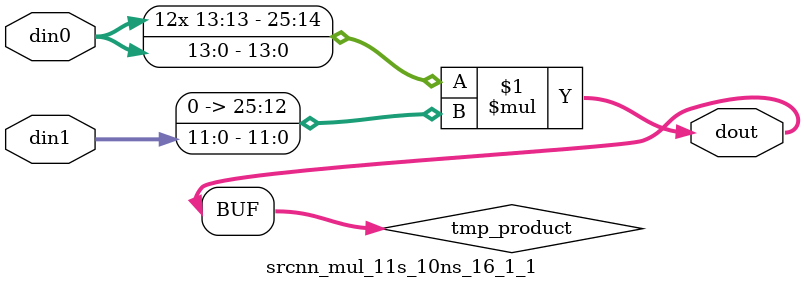
<source format=v>

`timescale 1 ns / 1 ps

  module srcnn_mul_11s_10ns_16_1_1(din0, din1, dout);
parameter ID = 1;
parameter NUM_STAGE = 0;
parameter din0_WIDTH = 14;
parameter din1_WIDTH = 12;
parameter dout_WIDTH = 26;

input [din0_WIDTH - 1 : 0] din0; 
input [din1_WIDTH - 1 : 0] din1; 
output [dout_WIDTH - 1 : 0] dout;

wire signed [dout_WIDTH - 1 : 0] tmp_product;












assign tmp_product = $signed(din0) * $signed({1'b0, din1});









assign dout = tmp_product;







endmodule

</source>
